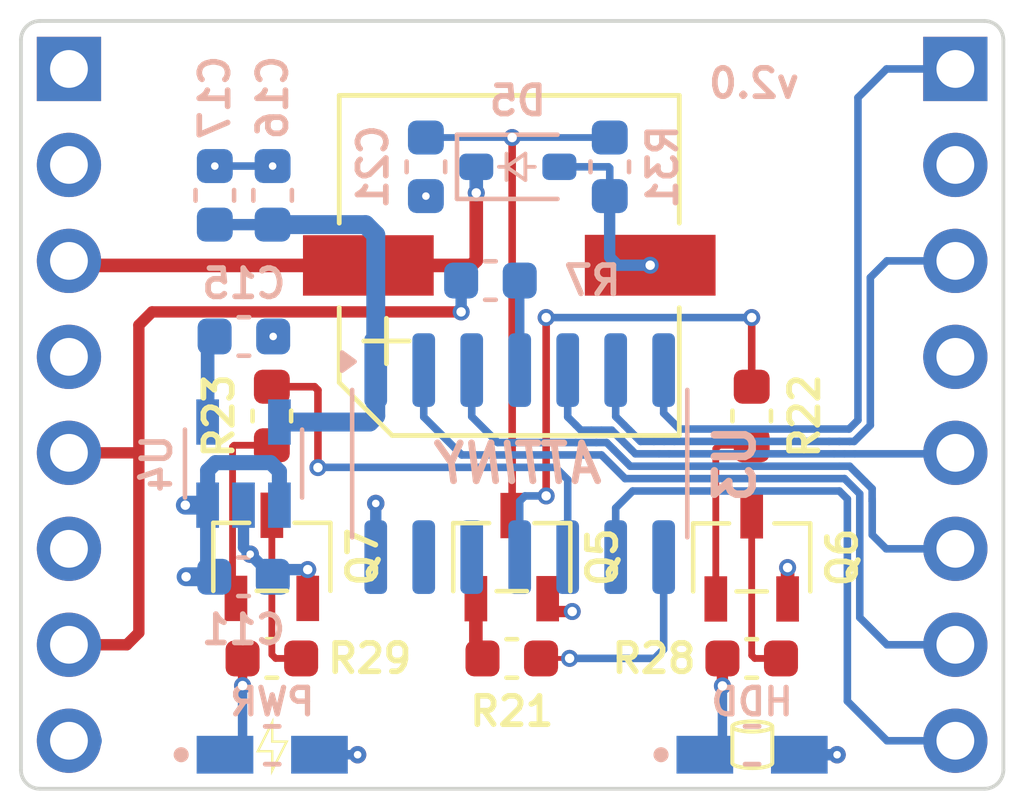
<source format=kicad_pcb>
(kicad_pcb (version 20241229) (generator "pcbnew") (generator_version "9.0")
  (title_block (title "TinyLlama") (date "2023-02-10") (rev "2.1") (company "Eivind Bøhler"))
  (layers (0 "F.Cu" signal) (4 "In1.Cu" power) (6 "In2.Cu" power) (2 "B.Cu" signal) (13 "F.Paste" user) (15 "B.Paste" user) (5 "F.SilkS" user "F.Silkscreen") (7 "B.SilkS" user "B.Silkscreen") (1 "F.Mask" user) (3 "B.Mask" user) (25 "Edge.Cuts" user))
  (net 0 "")
  (net 1 "VBUS")
  (net 2 "GND")
  (net 3 "VCC")
  (net 4 "Net-(D5-A)")
  (net 5 "Net-(D6-K)")
  (net 6 "Net-(D7-K)")
  (net 7 "Net-(Q5-B)")
  (net 8 "Net-(Q5-C)")
  (net 9 "Net-(Q6-B)")
  (net 10 "Net-(Q7-B)")
  (net 11 "/PWM_CLICK")
  (net 12 "/PWM_RED")
  (net 13 "/PWM_GREEN")
  (net 14 "Net-(Q6-C)")
  (net 15 "Net-(Q7-C)")
  (net 16 "Net-(U4-BYP)")
  (net 17 "+3.3VSB")
  (net 18 "/_RESET")
  (net 19 "+3.3V")
  (net 20 "/V86_SDA")
  (net 21 "/PWM_HDD")
  (net 22 "/SD_CMD")
  (net 23 "/V86_SCL")
  (net 24 "/PWM_PWR")
  (net 25 "/TX2")
  (net 26 "/RX2")
  (net 27 "/SD_DAT0")
  (footprint "SnipE Footprints:R_0603_1608Metric" (layer "F.Cu") (at 68.16 104.241843 180)
    (property "Reference" "R29" (at -1.4 0 0) (layer "F.SilkS") (effects (font (size 0.75 0.75)) (justify left)))
    (property "Value" "2k" (hide yes))
    (fp_line (start -0.14058 0.51) (end 0.14058 0.51) (stroke (width 0.12)) (layer "F.SilkS"))
    (fp_line (start -0.14058 -0.51) (end 0.14058 -0.51) (stroke (width 0.12)) (layer "F.SilkS"))
    (pad "1" smd roundrect (at -0.775 0 180) (size 0.9 0.95) (layers "F.Cu" "F.Mask" "F.Paste") (net 15 "Net-(Q7-C)"))
    (pad "2" smd roundrect (at 0.775 0 180) (size 0.9 0.95) (layers "F.Cu" "F.Mask" "F.Paste") (net 5 "Net-(D6-K)"))
  )
  (footprint "SnipE Footprints:R_0603_1608Metric" (layer "F.Cu") (at 68.16 97.825 -90)
    (property "Reference" "R23" (at 0 1.4 90) (layer "F.SilkS") (effects (font (size 0.75 0.75))))
    (property "Value" "10k" (hide yes))
    (fp_line (start -0.14058 0.51) (end 0.14058 0.51) (stroke (width 0.12)) (layer "F.SilkS"))
    (fp_line (start -0.14058 -0.51) (end 0.14058 -0.51) (stroke (width 0.12)) (layer "F.SilkS"))
    (pad "1" smd roundrect (at -0.775 0 270) (size 0.9 0.95) (layers "F.Cu" "F.Mask" "F.Paste") (net 13 "/PWM_GREEN"))
    (pad "2" smd roundrect (at 0.775 0 270) (size 0.9 0.95) (layers "F.Cu" "F.Mask" "F.Paste") (net 10 "Net-(Q7-B)"))
  )
  (footprint "SnipE Footprints:XDCR_SMT-0927-S-12-R" (layer "F.Cu") (at 74.443511 93.84 -90)
    (property "Reference" "SP2" (hide yes))
    (property "Value" "CLICKER" (hide yes))
    (fp_line (start -4.5 4.5) (end -4.5 -4.5) (stroke (width 0.127)) (layer "F.SilkS"))
    (fp_line (start -1.12 4.5) (end -4.5 4.5) (stroke (width 0.127)) (layer "F.SilkS"))
    (fp_line (start 3.1 4.5) (end 1.12 4.5) (stroke (width 0.127)) (layer "F.SilkS"))
    (fp_line (start 3.1 4.5) (end 4.5 3.1) (stroke (width 0.127)) (layer "F.SilkS"))
    (fp_line (start 1.4 3.25) (end 2.6 3.25) (stroke (width 0.127)) (layer "F.SilkS"))
    (fp_line (start 2 2.65) (end 2 3.85) (stroke (width 0.127)) (layer "F.SilkS"))
    (fp_line (start -4.5 -4.5) (end -1.12 -4.5) (stroke (width 0.127)) (layer "F.SilkS"))
    (fp_line (start 1.12 -4.5) (end 4.5 -4.5) (stroke (width 0.127)) (layer "F.SilkS"))
    (fp_line (start 4.5 -4.5) (end 4.5 3.1) (stroke (width 0.127)) (layer "F.SilkS"))
    (pad "1" smd rect (at 0 3.73 270) (size 1.6 3.46) (layers "F.Cu" "F.Mask" "F.Paste") (net 3 "VCC"))
    (pad "2" smd rect (at -0.005 -3.73 270) (size 1.61 3.46) (layers "F.Cu" "F.Mask" "F.Paste") (net 4 "Net-(D5-A)"))
  )
  (footprint "SnipE Footprints:R_0603_1608Metric" (layer "F.Cu") (at 80.86 104.241843 180)
    (property "Reference" "R28" (at 1.4 0 0) (layer "F.SilkS") (effects (font (size 0.75 0.75)) (justify right)))
    (property "Value" "600" (hide yes))
    (fp_line (start -0.14058 0.51) (end 0.14058 0.51) (stroke (width 0.12)) (layer "F.SilkS"))
    (fp_line (start -0.14058 -0.51) (end 0.14058 -0.51) (stroke (width 0.12)) (layer "F.SilkS"))
    (pad "1" smd roundrect (at -0.775 0 180) (size 0.9 0.95) (layers "F.Cu" "F.Mask" "F.Paste") (net 14 "Net-(Q6-C)"))
    (pad "2" smd roundrect (at 0.775 0 180) (size 0.9 0.95) (layers "F.Cu" "F.Mask" "F.Paste") (net 6 "Net-(D7-K)"))
  )
  (footprint "SnipE Footprints:R_0603_1608Metric" (layer "F.Cu") (at 80.86 97.825 -90)
    (property "Reference" "R22" (at 0 -1.4 90) (layer "F.SilkS") (effects (font (size 0.75 0.75))))
    (property "Value" "10k" (hide yes))
    (fp_line (start -0.14058 0.51) (end 0.14058 0.51) (stroke (width 0.12)) (layer "F.SilkS"))
    (fp_line (start -0.14058 -0.51) (end 0.14058 -0.51) (stroke (width 0.12)) (layer "F.SilkS"))
    (pad "1" smd roundrect (at -0.775 0 270) (size 0.9 0.95) (layers "F.Cu" "F.Mask" "F.Paste") (net 12 "/PWM_RED"))
    (pad "2" smd roundrect (at 0.775 0 270) (size 0.9 0.95) (layers "F.Cu" "F.Mask" "F.Paste") (net 9 "Net-(Q6-B)"))
  )
  (footprint "SnipE Footprints:R_0603_1608Metric" (layer "F.Cu") (at 74.51 104.241843 180)
    (property "Reference" "R21" (at 0 -1.4 180) (layer "F.SilkS") (effects (font (size 0.75 0.75))))
    (property "Value" "1k" (hide yes))
    (fp_line (start -0.14058 0.51) (end 0.14058 0.51) (stroke (width 0.12)) (layer "F.SilkS"))
    (fp_line (start -0.14058 -0.51) (end 0.14058 -0.51) (stroke (width 0.12)) (layer "F.SilkS"))
    (pad "1" smd roundrect (at -0.775 0 180) (size 0.9 0.95) (layers "F.Cu" "F.Mask" "F.Paste") (net 11 "/PWM_CLICK"))
    (pad "2" smd roundrect (at 0.775 0 180) (size 0.9 0.95) (layers "F.Cu" "F.Mask" "F.Paste") (net 7 "Net-(Q5-B)"))
  )
  (footprint "SnipE Footprints:Q_BJT_SOT-23-3" (layer "F.Cu") (at 74.51 101.56 -90)
    (property "Reference" "Q5" (at 0 -2.4 270) (layer "F.SilkS") (effects (font (size 0.75 0.75) (thickness 0.15) (bold yes))))
    (property "Value" "NPN" (hide yes))
    (fp_line (start 0.9 1.55) (end -0.9 1.55) (stroke (width 0.12)) (layer "F.SilkS"))
    (fp_line (start -0.9 0.6) (end -0.9 1.55) (stroke (width 0.12)) (layer "F.SilkS"))
    (fp_line (start 0.9 -0.4) (end 0.9 0.4) (stroke (width 0.12)) (layer "F.SilkS"))
    (fp_line (start -0.9 -1.55) (end -0.9 -0.6) (stroke (width 0.12)) (layer "F.SilkS"))
    (fp_line (start -0.9 -1.55) (end 0.9 -1.55) (stroke (width 0.12)) (layer "F.SilkS"))
    (pad "1" smd rect (at 1.1 0.95 270) (size 1.2 0.6) (layers "F.Cu" "F.Mask" "F.Paste") (net 7 "Net-(Q5-B)"))
    (pad "2" smd rect (at 1.1 -0.95 270) (size 1.2 0.6) (layers "F.Cu" "F.Mask" "F.Paste") (net 2 "GND"))
    (pad "3" smd rect (at -1.1 0 270) (size 1.2 0.6) (layers "F.Cu" "F.Mask" "F.Paste") (net 8 "Net-(Q5-C)"))
  )
  (footprint "SnipE Footprints:Q_BJT_SOT-23-3" (layer "F.Cu") (at 68.16 101.552832 -90)
    (property "Reference" "Q7" (at 0 -2.4 90) (layer "F.SilkS") (effects (font (size 0.75 0.75) (thickness 0.15) (bold yes))))
    (property "Value" "NPN" (hide yes))
    (fp_line (start 0.9 1.55) (end -0.9 1.55) (stroke (width 0.12)) (layer "F.SilkS"))
    (fp_line (start -0.9 0.6) (end -0.9 1.55) (stroke (width 0.12)) (layer "F.SilkS"))
    (fp_line (start 0.9 -0.4) (end 0.9 0.4) (stroke (width 0.12)) (layer "F.SilkS"))
    (fp_line (start -0.9 -1.55) (end -0.9 -0.6) (stroke (width 0.12)) (layer "F.SilkS"))
    (fp_line (start -0.9 -1.55) (end 0.9 -1.55) (stroke (width 0.12)) (layer "F.SilkS"))
    (pad "1" smd rect (at 1.1 0.95 270) (size 1.2 0.6) (layers "F.Cu" "F.Mask" "F.Paste") (net 10 "Net-(Q7-B)"))
    (pad "2" smd rect (at 1.1 -0.95 270) (size 1.2 0.6) (layers "F.Cu" "F.Mask" "F.Paste") (net 2 "GND"))
    (pad "3" smd rect (at -1.1 0 270) (size 1.2 0.6) (layers "F.Cu" "F.Mask" "F.Paste") (net 15 "Net-(Q7-C)"))
  )
  (footprint "SnipE Footprints:Q_BJT_SOT-23-3" (layer "F.Cu") (at 80.86 101.567168 -90)
    (property "Reference" "Q6" (at 0 -2.4 90) (layer "F.SilkS") (effects (font (size 0.75 0.75) (thickness 0.15) (bold yes))))
    (property "Value" "NPN" (hide yes))
    (fp_line (start 0.9 1.55) (end -0.9 1.55) (stroke (width 0.12)) (layer "F.SilkS"))
    (fp_line (start -0.9 0.6) (end -0.9 1.55) (stroke (width 0.12)) (layer "F.SilkS"))
    (fp_line (start 0.9 -0.4) (end 0.9 0.4) (stroke (width 0.12)) (layer "F.SilkS"))
    (fp_line (start -0.9 -1.55) (end -0.9 -0.6) (stroke (width 0.12)) (layer "F.SilkS"))
    (fp_line (start -0.9 -1.55) (end 0.9 -1.55) (stroke (width 0.12)) (layer "F.SilkS"))
    (pad "1" smd rect (at 1.1 0.95 270) (size 1.2 0.6) (layers "F.Cu" "F.Mask" "F.Paste") (net 9 "Net-(Q6-B)"))
    (pad "2" smd rect (at 1.1 -0.95 270) (size 1.2 0.6) (layers "F.Cu" "F.Mask" "F.Paste") (net 2 "GND"))
    (pad "3" smd rect (at -1.1 0 270) (size 1.2 0.6) (layers "F.Cu" "F.Mask" "F.Paste") (net 14 "Net-(Q6-C)"))
  )
  (footprint "SnipE Footprints:PinHeader_1x08_P2.54mm_Vertical_no_outline" (layer "B.Cu") (at 62.79 88.64 180)
    (property "Reference" "J15" (hide yes))
    (property "Value" "Conn_01x06" (hide yes))
    (pad "1" thru_hole rect (at 0 0 180) (size 1.7 1.7) (drill 1) (layers "*.Cu" "*.Mask") (net 1 "VBUS"))
    (pad "2" thru_hole oval (at 0 -2.54 180) (size 1.7 1.7) (drill 1) (layers "*.Cu" "*.Mask") (net 2 "GND"))
    (pad "3" thru_hole oval (at 0 -5.08 180) (size 1.7 1.7) (drill 1) (layers "F&B.Cu" "*.Mask") (net 3 "VCC"))
    (pad "4" thru_hole oval (at 0 -7.62 180) (size 1.7 1.7) (drill 1) (layers "*.Cu" "*.Mask") (net 2 "GND"))
    (pad "5" thru_hole oval (at 0 -10.16 180) (size 1.7 1.7) (drill 1) (layers "F&B.Cu" "*.Mask") (net 19 "+3.3V"))
    (pad "6" thru_hole oval (at 0 -12.7 180) (size 1.7 1.7) (drill 1) (layers "*.Cu" "*.Mask") (net 2 "GND"))
    (pad "7" thru_hole oval (at 0 -15.24 180) (size 1.7 1.7) (drill 1) (layers "F&B.Cu" "*.Mask") (net 19 "+3.3V"))
    (pad "8" thru_hole oval (at 0 -17.78 180) (size 1.7 1.7) (drill 1) (layers "*.Cu" "*.Mask") (net 2 "GND"))
  )
  (footprint "SnipE Footprints:C_0603_1608Metric" (layer "B.Cu") (at 67.42 95.72)
    (property "Reference" "C15" (at 0 -1.4 0) (layer "B.SilkS") (effects (font (size 0.75 0.75)) (justify mirror)))
    (property "Value" "470pF" (hide yes))
    (fp_line (start -0.14058 -0.51) (end 0.14058 -0.51) (stroke (width 0.12)) (layer "B.SilkS"))
    (fp_line (start -0.14058 0.51) (end 0.14058 0.51) (stroke (width 0.12)) (layer "B.SilkS"))
    (pad "1" smd roundrect (at -0.775 0) (size 0.9 0.95) (layers "B.Cu" "B.Mask" "B.Paste") (net 16 "Net-(U4-BYP)"))
    (pad "2" smd roundrect (at 0.775 0) (size 0.9 0.95) (layers "B.Cu" "B.Mask" "B.Paste") (net 2 "GND"))
  )
  (footprint "SnipE Footprints:C_0603_1608Metric" (layer "B.Cu") (at 67.41 102.08)
    (property "Reference" "C11" (at 0 1.4 0) (layer "B.SilkS") (effects (font (size 0.75 0.75)) (justify mirror)))
    (property "Value" "1uF" (hide yes))
    (fp_line (start -0.14058 -0.51) (end 0.14058 -0.51) (stroke (width 0.12)) (layer "B.SilkS"))
    (fp_line (start -0.14058 0.51) (end 0.14058 0.51) (stroke (width 0.12)) (layer "B.SilkS"))
    (pad "1" smd roundrect (at -0.775 0) (size 0.9 0.95) (layers "B.Cu" "B.Mask" "B.Paste") (net 1 "VBUS"))
    (pad "2" smd roundrect (at 0.775 0) (size 0.9 0.95) (layers "B.Cu" "B.Mask" "B.Paste") (net 2 "GND"))
  )
  (footprint "SnipE Footprints:C_0603_1608Metric" (layer "B.Cu") (at 72.237044 91.23 -90)
    (property "Reference" "C21" (at 0 1.4 90) (layer "B.SilkS") (effects (font (size 0.75 0.75)) (justify mirror)))
    (property "Value" "10nF" (hide yes))
    (fp_line (start -0.14058 0.51) (end 0.14058 0.51) (stroke (width 0.12)) (layer "B.SilkS"))
    (fp_line (start -0.14058 -0.51) (end 0.14058 -0.51) (stroke (width 0.12)) (layer "B.SilkS"))
    (pad "1" smd roundrect (at -0.775 0 270) (size 0.9 0.95) (layers "B.Cu" "B.Mask" "B.Paste") (net 8 "Net-(Q5-C)"))
    (pad "2" smd roundrect (at 0.775 0 270) (size 0.9 0.95) (layers "B.Cu" "B.Mask" "B.Paste") (net 2 "GND"))
  )
  (footprint "SnipE Footprints:LED_LTST-S220KSKT" (layer "B.Cu") (at 68.17 106.79)
    (property "Reference" "D6" (hide yes))
    (property "Value" "PWR" (at 0 -1.4 0) (layer "B.SilkS") (effects (font (size 0.7 0.7) (thickness 0.14) (bold yes)) (justify mirror)))
    (fp_line (start -0.185 0.25) (end 0.185 0.25) (stroke (width 0.127)) (layer "B.SilkS"))
    (fp_line (start 0.185 -0.75) (end -0.185 -0.75) (stroke (width 0.127)) (layer "B.SilkS"))
    (fp_circle (center -2.41 0) (end -2.31 0) (stroke (width 0.2)) (fill no) (layer "B.SilkS"))
    (pad "1" smd rect (at -1.25 0) (size 1.5 1) (layers "B.Cu" "B.Mask" "B.Paste") (net 5 "Net-(D6-K)"))
    (pad "2" smd rect (at 1.25 0) (size 1.5 1) (layers "B.Cu" "B.Mask" "B.Paste") (net 1 "VBUS"))
  )
  (footprint "SnipE Footprints:U_SOT-23-5" (layer "B.Cu") (at 67.41 99.085 90)
    (property "Reference" "U4" (at 0 -2.3 90) (layer "B.SilkS") (effects (font (size 0.75 0.75) (thickness 0.15) (bold yes)) (justify mirror)))
    (property "Value" "U_MIC5219-3.3YM5" (hide yes))
    (fp_line (start -0.9 -1.55) (end 0.9 -1.55) (stroke (width 0.12)) (layer "B.SilkS"))
    (fp_line (start -0.9 1.55) (end 0.9 1.55) (stroke (width 0.12)) (layer "B.SilkS"))
    (pad "1" smd rect (at -1.1 0.95 90) (size 1.2 0.6) (layers "B.Cu" "B.Mask" "B.Paste") (net 1 "VBUS"))
    (pad "2" smd rect (at -1.1 0 90) (size 1.2 0.6) (layers "B.Cu" "B.Mask" "B.Paste") (net 2 "GND"))
    (pad "3" smd rect (at -1.1 -0.95 90) (size 1.2 0.6) (layers "B.Cu" "B.Mask" "B.Paste") (net 1 "VBUS"))
    (pad "4" smd rect (at 1.1 -0.95 90) (size 1.2 0.6) (layers "B.Cu" "B.Mask" "B.Paste") (net 16 "Net-(U4-BYP)"))
    (pad "5" smd rect (at 1.1 0.95 90) (size 1.2 0.6) (layers "B.Cu" "B.Mask" "B.Paste") (net 17 "+3.3VSB"))
  )
  (footprint "SnipE Footprints:LED_LTST-S220KSKT" (layer "B.Cu") (at 80.87 106.79)
    (property "Reference" "D7" (hide yes))
    (property "Value" "HDD" (at 0 -1.4 0) (layer "B.SilkS") (effects (font (size 0.7 0.7) (thickness 0.14) (bold yes)) (justify mirror)))
    (fp_line (start -0.185 0.25) (end 0.185 0.25) (stroke (width 0.127)) (layer "B.SilkS"))
    (fp_line (start 0.185 -0.75) (end -0.185 -0.75) (stroke (width 0.127)) (layer "B.SilkS"))
    (fp_circle (center -2.41 0) (end -2.31 0) (stroke (width 0.2)) (fill no) (layer "B.SilkS"))
    (pad "1" smd rect (at -1.25 0) (size 1.5 1) (layers "B.Cu" "B.Mask" "B.Paste") (net 6 "Net-(D7-K)"))
    (pad "2" smd rect (at 1.25 0) (size 1.5 1) (layers "B.Cu" "B.Mask" "B.Paste") (net 1 "VBUS"))
  )
  (footprint "SnipE Footprints:C_0603_1608Metric" (layer "B.Cu") (at 68.18 91.985 90)
    (property "Reference" "C16" (at 1.4 0 90) (layer "B.SilkS") (effects (font (size 0.75 0.75)) (justify right mirror)))
    (property "Value" "10uF" (hide yes))
    (fp_line (start -0.14058 -0.51) (end 0.14058 -0.51) (stroke (width 0.12)) (layer "B.SilkS"))
    (fp_line (start -0.14058 0.51) (end 0.14058 0.51) (stroke (width 0.12)) (layer "B.SilkS"))
    (pad "1" smd roundrect (at -0.775 0 90) (size 0.9 0.95) (layers "B.Cu" "B.Mask" "B.Paste") (net 17 "+3.3VSB"))
    (pad "2" smd roundrect (at 0.775 0 90) (size 0.9 0.95) (layers "B.Cu" "B.Mask" "B.Paste") (net 2 "GND"))
  )
  (footprint "SnipE Footprints:R_0603_1608Metric" (layer "B.Cu") (at 73.945 94.24 180)
    (property "Reference" "R7" (at -2.7 0 0) (layer "B.SilkS") (effects (font (size 0.75 0.75)) (justify mirror)))
    (property "Value" "10k" (hide yes))
    (fp_line (start -0.14058 0.51) (end 0.14058 0.51) (stroke (width 0.12)) (layer "B.SilkS"))
    (fp_line (start -0.14058 -0.51) (end 0.14058 -0.51) (stroke (width 0.12)) (layer "B.SilkS"))
    (pad "1" smd roundrect (at -0.775 0 180) (size 0.9 0.95) (layers "B.Cu" "B.Mask" "B.Paste") (net 18 "/_RESET"))
    (pad "2" smd roundrect (at 0.775 0 180) (size 0.9 0.95) (layers "B.Cu" "B.Mask" "B.Paste") (net 19 "+3.3V"))
  )
  (footprint "SnipE Footprints:C_0603_1608Metric" (layer "B.Cu") (at 66.65 91.985 -90)
    (property "Reference" "C17" (at -1.4 0 90) (layer "B.SilkS") (effects (font (size 0.75 0.75)) (justify right mirror)))
    (property "Value" "0.1uF" (hide yes))
    (fp_line (start -0.14058 0.51) (end 0.14058 0.51) (stroke (width 0.12)) (layer "B.SilkS"))
    (fp_line (start -0.14058 -0.51) (end 0.14058 -0.51) (stroke (width 0.12)) (layer "B.SilkS"))
    (pad "1" smd roundrect (at -0.775 0 270) (size 0.9 0.95) (layers "B.Cu" "B.Mask" "B.Paste") (net 2 "GND"))
    (pad "2" smd roundrect (at 0.775 0 270) (size 0.9 0.95) (layers "B.Cu" "B.Mask" "B.Paste") (net 17 "+3.3VSB"))
  )
  (footprint "SnipE Footprints:R_0603_1608Metric" (layer "B.Cu") (at 77.102956 91.23 90)
    (property "Reference" "R31" (at 0 1.4 90) (layer "B.SilkS") (effects (font (size 0.75 0.75)) (justify mirror)))
    (property "Value" "33" (hide yes))
    (fp_line (start -0.14058 -0.51) (end 0.14058 -0.51) (stroke (width 0.12)) (layer "B.SilkS"))
    (fp_line (start -0.14058 0.51) (end 0.14058 0.51) (stroke (width 0.12)) (layer "B.SilkS"))
    (pad "1" smd roundrect (at -0.775 0 90) (size 0.9 0.95) (layers "B.Cu" "B.Mask" "B.Paste") (net 4 "Net-(D5-A)"))
    (pad "2" smd roundrect (at 0.775 0 90) (size 0.9 0.95) (layers "B.Cu" "B.Mask" "B.Paste") (net 8 "Net-(Q5-C)"))
  )
  (footprint "SnipE Footprints:PinHeader_1x08_P2.54mm_Vertical_no_outline" (layer "B.Cu") (at 86.25 88.64 180)
    (property "Reference" "J16" (hide yes))
    (property "Value" "Conn_01x06" (hide yes))
    (pad "1" thru_hole rect (at 0 0 180) (size 1.7 1.7) (drill 1) (layers "F&B.Cu" "*.Mask") (net 20 "/V86_SDA"))
    (pad "2" thru_hole oval (at 0 -2.54 180) (size 1.7 1.7) (drill 1) (layers "*.Cu" "*.Mask") (net 2 "GND"))
    (pad "3" thru_hole oval (at 0 -5.08 180) (size 1.7 1.7) (drill 1) (layers "F&B.Cu" "*.Mask") (net 27 "/SD_DAT0"))
    (pad "4" thru_hole oval (at 0 -7.62 180) (size 1.7 1.7) (drill 1) (layers "*.Cu" "*.Mask") (net 2 "GND"))
    (pad "5" thru_hole oval (at 0 -10.16 180) (size 1.7 1.7) (drill 1) (layers "F&B.Cu" "*.Mask") (net 22 "/SD_CMD"))
    (pad "6" thru_hole oval (at 0 -12.7 180) (size 1.7 1.7) (drill 1) (layers "F&B.Cu" "*.Mask") (net 25 "/TX2"))
    (pad "7" thru_hole oval (at 0 -15.24 180) (size 1.7 1.7) (drill 1) (layers "F&B.Cu" "*.Mask") (net 26 "/RX2"))
    (pad "8" thru_hole oval (at 0 -17.78 180) (size 1.7 1.7) (drill 1) (layers "F&B.Cu" "*.Mask") (net 23 "/V86_SCL"))
  )
  (footprint "SnipE Footprints:D_SOD-323F" (layer "B.Cu") (at 74.67 91.23)
    (property "Reference" "D5" (at 0 -1.75 0) (layer "B.SilkS") (effects (font (size 0.75 0.75)) (justify mirror)))
    (property "Value" "1N4148" (hide yes))
    (fp_line (start -1.61 -0.85) (end 1.05 -0.85) (stroke (width 0.12)) (layer "B.SilkS"))
    (fp_line (start -1.61 0.85) (end -1.61 -0.85) (stroke (width 0.12)) (layer "B.SilkS"))
    (fp_line (start -1.61 0.85) (end 1.05 0.85) (stroke (width 0.12)) (layer "B.SilkS"))
    (fp_line (start -0.3 0) (end -0.5 0) (stroke (width 0.1)) (layer "B.SilkS"))
    (fp_line (start -0.3 0) (end 0.2 0.35) (stroke (width 0.1)) (layer "B.SilkS"))
    (fp_line (start -0.3 0.35) (end -0.3 -0.35) (stroke (width 0.1)) (layer "B.SilkS"))
    (fp_line (start 0.2 -0.35) (end -0.3 0) (stroke (width 0.1)) (layer "B.SilkS"))
    (fp_line (start 0.2 0) (end 0.45 0) (stroke (width 0.1)) (layer "B.SilkS"))
    (fp_line (start 0.2 0.35) (end 0.2 -0.35) (stroke (width 0.1)) (layer "B.SilkS"))
    (pad "1" smd roundrect (at -1.1 0) (size 0.9 0.7) (layers "B.Cu" "B.Mask" "B.Paste") (net 3 "VCC"))
    (pad "2" smd roundrect (at 1.1 0) (size 0.9 0.7) (layers "B.Cu" "B.Mask" "B.Paste") (net 4 "Net-(D5-A)"))
  )
  (footprint "Package_SO:SOIC-14_3.9x8.7mm_P1.27mm" (layer "B.Cu") (at 74.72 99.085 -90)
    (property "Reference" "U3" (at 0 -5.7 90) (layer "B.SilkS") (effects (font (thickness 0.2) (bold yes)) (justify mirror)))
    (property "Value" "ATTINY" (at 0 0 0) (layer "B.SilkS") (effects (font (size 1 0.9) (thickness 0.18) (bold yes) (italic yes)) (justify mirror)))
    (fp_line (start 0 4.435) (end -1.95 4.435) (stroke (width 0.12)) (layer "B.SilkS"))
    (fp_line (start 0 4.435) (end 1.95 4.435) (stroke (width 0.12)) (layer "B.SilkS"))
    (fp_line (start 0 -4.435) (end -1.95 -4.435) (stroke (width 0.12)) (layer "B.SilkS"))
    (fp_line (start 0 -4.435) (end 1.95 -4.435) (stroke (width 0.12)) (layer "B.SilkS"))
    (fp_poly (pts (xy -2.7 4.37) (xy -2.94 4.7) (xy -2.46 4.7) (xy -2.7 4.37)) (stroke (width 0.12)) (fill yes) (layer "B.SilkS"))
    (pad "1" smd roundrect (at -2.475 3.81 270) (size 1.95 0.6) (layers "B.Cu" "B.Mask" "B.Paste") (net 17 "+3.3VSB"))
    (pad "2" smd roundrect (at -2.475 2.54 270) (size 1.95 0.6) (layers "B.Cu" "B.Mask" "B.Paste") (net 26 "/RX2"))
    (pad "3" smd roundrect (at -2.475 1.27 270) (size 1.95 0.6) (layers "B.Cu" "B.Mask" "B.Paste") (net 25 "/TX2"))
    (pad "4" smd roundrect (at -2.475 0 270) (size 1.95 0.6) (layers "B.Cu" "B.Mask" "B.Paste") (net 18 "/_RESET"))
    (pad "5" smd roundrect (at -2.475 -1.27 270) (size 1.95 0.6) (layers "B.Cu" "B.Mask" "B.Paste") (net 22 "/SD_CMD"))
    (pad "6" smd roundrect (at -2.475 -2.54 270) (size 1.95 0.6) (layers "B.Cu" "B.Mask" "B.Paste") (net 27 "/SD_DAT0"))
    (pad "7" smd roundrect (at -2.475 -3.81 270) (size 1.95 0.6) (layers "B.Cu" "B.Mask" "B.Paste") (net 20 "/V86_SDA"))
    (pad "8" smd roundrect (at 2.475 -3.81 270) (size 1.95 0.6) (layers "B.Cu" "B.Mask" "B.Paste") (net 11 "/PWM_CLICK"))
    (pad "9" smd roundrect (at 2.475 -2.54 270) (size 1.95 0.6) (layers "B.Cu" "B.Mask" "B.Paste") (net 23 "/V86_SCL"))
    (pad "10" smd roundrect (at 2.475 -1.27 270) (size 1.95 0.6) (layers "B.Cu" "B.Mask" "B.Paste") (net 13 "/PWM_GREEN"))
    (pad "11" smd roundrect (at 2.475 0 270) (size 1.95 0.6) (layers "B.Cu" "B.Mask" "B.Paste") (net 12 "/PWM_RED"))
    (pad "12" smd roundrect (at 2.475 1.27 270) (size 1.95 0.6) (layers "B.Cu" "B.Mask" "B.Paste") (net 21 "/PWM_HDD"))
    (pad "13" smd roundrect (at 2.475 2.54 270) (size 1.95 0.6) (layers "B.Cu" "B.Mask" "B.Paste") (net 24 "/PWM_PWR"))
    (pad "14" smd roundrect (at 2.475 3.81 270) (size 1.95 0.6) (layers "B.Cu" "B.Mask" "B.Paste") (net 2 "GND"))
  )
  (gr_poly (pts (xy 80.918264 105.858427) (xy 80.992226 105.861501) (xy 81.037544 105.864596) (xy 81.086496 105.869064) (xy 81.137638 105.875153) (xy 81.189526 105.883114) (xy 81.240717 105.893195) (xy 81.289766 105.905647) (xy 81.335229 105.920718) (xy 81.356166 105.929315) (xy 81.375665 105.93866) (xy 81.393545 105.948784) (xy 81.409627 105.95972) (xy 81.42373 105.971498) (xy 81.435674 105.984149) (xy 81.445277 105.997705) (xy 81.452361 106.012197) (xy 81.456743 106.027656) (xy 81.458244 106.044113) (xy 81.458244 107.008783) (xy 81.455578 107.031515) (xy 81.446385 107.052778) (xy 81.431097 107.072573) (xy 81.410152 107.090901) (xy 81.383985 107.107761) (xy 81.35303 107.123154) (xy 81.317724 107.137079) (xy 81.278501 107.149538) (xy 81.190046 107.170054) (xy 81.09115 107.184703) (xy 80.985294 107.193487) (xy 80.875962 107.196406) (xy 80.766636 107.193462) (xy 80.660799 107.184656) (xy 80.561933 107.16999) (xy 80.473522 107.149463) (xy 80.434326 107.137003) (xy 80.399048 107.123078) (xy 80.368126 107.107689) (xy 80.341994 107.090836) (xy 80.321088 107.072518) (xy 80.305843 107.052737) (xy 80.296694 107.031492) (xy 80.294077 107.008783) (xy 80.294077 106.160265) (xy 80.39991 106.160265) (xy 80.39991 107.004815) (xy 80.412773 107.014934) (xy 80.428894 107.024407) (xy 80.448055 107.033231) (xy 80.470041 107.041408) (xy 80.521617 107.055814) (xy 80.58189 107.06762) (xy 80.649125 107.076822) (xy 80.721588 107.083415) (xy 80.797547 107.087393) (xy 80.875267 107.088754) (xy 80.953015 107.087491) (xy 81.029058 107.083601) (xy 81.101661 107.077078) (xy 81.169091 107.067918) (xy 81.229615 107.056116) (xy 81.281498 107.041668) (xy 81.303658 107.03345) (xy 81.323008 107.024569) (xy 81.339331 107.015024) (xy 81.35241 107.004815) (xy 81.35241 106.160265) (xy 81.30337 106.176868) (xy 81.250114 106.191258) (xy 81.193247 106.203434) (xy 81.133373 106.213396) (xy 81.071093 106.221145) (xy 81.007013 106.226679) (xy 80.941735 106.23) (xy 80.875863 106.231107) (xy 80.81 106.23) (xy 80.74475 106.226679) (xy 80.680716 106.221145) (xy 80.618502 106.213396) (xy 80.558711 106.203434) (xy 80.501946 106.191258) (xy 80.448811 106.176868) (xy 80.39991 106.160265) (xy 80.294077 106.160265) (xy 80.294077 106.043054) (xy 80.404937 106.043054) (xy 80.419349 106.052666) (xy 80.43666 106.061658) (xy 80.479205 106.077781) (xy 80.53103 106.091423) (xy 80.590592 106.102586) (xy 80.65635 106.111267) (xy 80.72676 106.117468) (xy 80.800279 106.121189) (xy 80.875366 106.122429) (xy 80.950478 106.121189) (xy 81.024073 106.117468) (xy 81.094607 106.111267) (xy 81.160538 106.102586) (xy 81.220323 106.091423) (xy 81.272421 106.077781) (xy 81.315289 106.061658) (xy 81.332779 106.052666) (xy 81.347383 106.043054) (xy 81.338553 106.037018) (xy 81.32669 106.03068) (xy 81.311854 106.024136) (xy 81.294107 106.017481) (xy 81.273508 106.01081) (xy 81.250119 106.004219) (xy 81.195215 105.991659) (xy 81.163821 105.98588) (xy 81.12988 105.980562) (xy 81.093453 105.975801) (xy 81.054601 105.971691) (xy 81.013385 105.968329) (xy 80.969866 105.965809) (xy 80.924104 105.964228) (xy 80.87616 105.963679) (xy 80.828217 105.964228) (xy 80.782455 105.965809) (xy 80.738936 105.968329) (xy 80.69772 105.971691) (xy 80.658868 105.975801) (xy 80.622441 105.980562) (xy 80.5885 105.98588) (xy 80.557106 105.991659) (xy 80.528319 105.997804) (xy 80.502201 106.004219) (xy 80.478812 106.01081) (xy 80.458214 106.017481) (xy 80.440466 106.024136) (xy 80.42563 106.03068) (xy 80.413767 106.037018) (xy 80.404937 106.043054) (xy 80.294077 106.043054) (xy 80.295578 106.026694) (xy 80.29996 106.011325) (xy 80.307043 105.996918) (xy 80.316647 105.98344) (xy 80.32859 105.970862) (xy 80.342693 105.959152) (xy 80.358775 105.94828) (xy 80.376656 105.938213) (xy 80.396155 105.928922) (xy 80.417091 105.920374) (xy 80.462555 105.905388) (xy 80.511604 105.893007) (xy 80.562794 105.882981) (xy 80.614682 105.875065) (xy 80.665824 105.869008) (xy 80.760095 105.861484) (xy 80.834057 105.858425) (xy 80.87616 105.857846)) (stroke (width -0.000001)) (fill yes) (layer "F.SilkS"))
  (gr_poly (pts (xy 68.20175 106.41125) (xy 68.602372 106.41125) (xy 68.13825 107.339493) (xy 68.13825 106.72875) (xy 67.737629 106.72875) (xy 67.769379 106.66525) (xy 67.840372 106.66525) (xy 68.20175 106.66525) (xy 68.20175 107.070507) (xy 68.499629 106.47475) (xy 68.13825 106.47475) (xy 68.13825 106.069493) (xy 67.840372 106.66525) (xy 67.769379 106.66525) (xy 68.20175 105.800507)) (stroke (width -0.000001)) (fill yes) (layer "F.SilkS"))
  (gr_arc (start 61.52 87.87) (mid 61.666446 87.516441) (end 62.02 87.37) (stroke (width 0.1)) (layer "Edge.Cuts"))
  (gr_line (start 87.019596 87.37) (end 62.02 87.37) (stroke (width 0.1)) (layer "Edge.Cuts"))
  (gr_arc (start 87.521191 107.190397) (mid 87.374748 107.543969) (end 87.021191 107.690397) (stroke (width 0.1)) (layer "Edge.Cuts"))
  (gr_line (start 62.019529 107.690397) (end 87.021191 107.690397) (stroke (width 0.1)) (layer "Edge.Cuts"))
  (gr_line (start 61.519529 87.87) (end 61.519529 107.190397) (stroke (width 0.1)) (layer "Edge.Cuts"))
  (gr_arc (start 87.019596 87.37) (mid 87.373184 87.516429) (end 87.519596 87.87) (stroke (width 0.1)) (layer "Edge.Cuts"))
  (gr_arc (start 62.019529 107.690397) (mid 61.665986 107.543945) (end 61.519529 107.190397) (stroke (width 0.1)) (layer "Edge.Cuts"))
  (gr_line (start 87.521191 107.190397) (end 87.521191 87.87) (stroke (width 0.1)) (layer "Edge.Cuts"))
  (gr_text " v2.0" (at 82.77 89.46 0) (layer "B.SilkS") (effects (font (size 0.75 0.75) (thickness 0.15) (bold yes)) (justify left bottom mirror)))
  (segment (start 62.92 88.77) (end 62.79 88.64) (width 0.5) (layer "F.Cu") (net 1))
  (via blind (at 65.87 100.185) (size 0.45) (drill 0.25) (layers "F.Cu" "B.Cu") (net 1))
  (via (at 70.43 106.79) (size 0.46) (drill 0.2) (layers "F.Cu" "B.Cu") (net 1))
  (via blind (at 65.89 102.08) (size 0.45) (drill 0.25) (layers "F.Cu" "B.Cu") (net 1))
  (via (at 83.12 106.79) (size 0.46) (drill 0.2) (layers "F.Cu" "B.Cu") (net 1))
  (segment (start 68.13 99.06) (end 68.36 99.29) (width 0.4) (layer "B.Cu") (net 1))
  (segment (start 66.67 99.06) (end 68.13 99.06) (width 0.4) (layer "B.Cu") (net 1))
  (segment (start 82.12 106.79) (end 83.12 106.79) (width 0.3) (layer "B.Cu") (net 1))
  (segment (start 66.46 100.185) (end 66.46 99.27) (width 0.4) (layer "B.Cu") (net 1))
  (segment (start 66.46 101.905) (end 66.635 102.08) (width 0.127) (layer "B.Cu") (net 1))
  (segment (start 65.89 102.08) (end 66.635 102.08) (width 0.5) (layer "B.Cu") (net 1))
  (segment (start 68.36 99.29) (end 68.36 100.185) (width 0.4) (layer "B.Cu") (net 1))
  (segment (start 66.46 100.185) (end 66.46 101.905) (width 0.4) (layer "B.Cu") (net 1))
  (segment (start 66.46 99.27) (end 66.67 99.06) (width 0.4) (layer "B.Cu") (net 1))
  (segment (start 69.42 106.79) (end 70.43 106.79) (width 0.25) (layer "B.Cu") (net 1))
  (segment (start 65.87 100.185) (end 66.46 100.185) (width 0.5) (layer "B.Cu") (net 1))
  (segment (start 76.11 103) (end 75.46 103) (width 0.3) (layer "F.Cu") (net 2))
  (segment (start 75.46 103) (end 75.46 102.66) (width 0.3) (layer "F.Cu") (net 2))
  (segment (start 69.11 102.652832) (end 69.11 101.89) (width 0.36) (layer "F.Cu") (net 2))
  (segment (start 81.81 101.837168) (end 81.81 102.667168) (width 0.36) (layer "F.Cu") (net 2))
  (via (at 66.65 91.21) (size 0.46) (drill 0.2) (layers "F.Cu" "B.Cu") (net 2))
  (via (at 72.237044 92.005) (size 0.46) (drill 0.2) (layers "F.Cu" "B.Cu") (net 2))
  (via blind (at 69.11 101.89) (size 0.45) (drill 0.25) (layers "F.Cu" "B.Cu") (net 2))
  (via blind (at 81.81 101.837168) (size 0.45) (drill 0.25) (layers "F.Cu" "B.Cu") (net 2))
  (via (at 67.5875 101.4825) (size 0.46) (drill 0.2) (layers "F.Cu" "B.Cu") (net 2))
  (via (at 68.195 95.72) (size 0.46) (drill 0.2) (layers "F.Cu" "B.Cu") (net 2))
  (via (at 70.91 100.14) (size 0.46) (drill 0.2) (layers "F.Cu" "B.Cu") (net 2))
  (via blind (at 76.11 103) (size 0.45) (drill 0.25) (layers "F.Cu" "B.Cu") (net 2))
  (via (at 68.18 91.21) (size 0.46) (drill 0.2) (layers "F.Cu" "B.Cu") (net 2))
  (segment (start 62.82 91.21) (end 62.79 91.18) (width 0.3) (layer "B.Cu") (net 2))
  (segment (start 67.41 101.305) (end 67.5875 101.4825) (width 0.3) (layer "B.Cu") (net 2))
  (segment (start 67.41 100.185) (end 67.41 101.305) (width 0.3) (layer "B.Cu") (net 2))
  (segment (start 62.79 106.42) (end 63.41 106.42) (width 0.5) (layer "B.Cu") (net 2))
  (segment (start 69.11 101.89) (end 68.375 101.89) (width 0.3) (layer "B.Cu") (net 2))
  (segment (start 70.91 101.56) (end 70.91 100.14) (width 0.3) (layer "B.Cu") (net 2))
  (segment (start 68.375 101.89) (end 68.185 102.08) (width 0.3) (layer "B.Cu") (net 2))
  (segment (start 67.5875 101.4825) (end 68.185 102.08) (width 0.3) (layer "B.Cu") (net 2))
  (segment (start 66.65 91.21) (end 68.18 91.21) (width 0.2) (layer "B.Cu") (net 2))
  (segment (start 70.713511 93.84) (end 62.91 93.84) (width 0.36) (layer "F.Cu") (net 3))
  (segment (start 73.57 91.92) (end 73.57 93.71) (width 0.36) (layer "F.Cu") (net 3))
  (segment (start 73.44 93.84) (end 70.713511 93.84) (width 0.36) (layer "F.Cu") (net 3))
  (segment (start 62.91 93.84) (end 62.79 93.72) (width 0.36) (layer "F.Cu") (net 3))
  (segment (start 73.57 93.71) (end 73.44 93.84) (width 0.36) (layer "F.Cu") (net 3))
  (via (at 73.57 91.92) (size 0.45) (drill 0.25) (layers "F.Cu" "B.Cu") (net 3))
  (segment (start 73.57 91.92) (end 73.57 91.23) (width 0.36) (layer "B.Cu") (net 3))
  (via blind (at 78.173511 93.835) (size 0.45) (drill 0.25) (layers "F.Cu" "B.Cu") (net 4))
  (segment (start 77.102956 91.262956) (end 77.07 91.23) (width 0.2) (layer "B.Cu") (net 4))
  (segment (start 78.173511 93.835) (end 77.315 93.835) (width 0.3) (layer "B.Cu") (net 4))
  (segment (start 77.102956 92.005) (end 77.102956 91.262956) (width 0.2) (layer "B.Cu") (net 4))
  (segment (start 77.315 93.835) (end 77.1 93.62) (width 0.3) (layer "B.Cu") (net 4))
  (segment (start 77.07 91.23) (end 75.77 91.23) (width 0.2) (layer "B.Cu") (net 4))
  (segment (start 77.1 92.007956) (end 77.102956 92.005) (width 0.3) (layer "B.Cu") (net 4))
  (segment (start 77.1 93.62) (end 77.1 92.007956) (width 0.3) (layer "B.Cu") (net 4))
  (segment (start 67.385 104.96) (end 67.385 104.241843) (width 0.25) (layer "F.Cu") (net 5))
  (via blind (at 67.385 104.96) (size 0.45) (drill 0.25) (layers "F.Cu" "B.Cu") (net 5))
  (segment (start 67.385 106.79) (end 66.92 106.79) (width 0.25) (layer "B.Cu") (net 5))
  (segment (start 67.385 104.96) (end 67.385 106.79) (width 0.25) (layer "B.Cu") (net 5))
  (segment (start 80.085 104.967956) (end 80.085 104.291843) (width 0.3) (layer "F.Cu") (net 6))
  (via blind (at 80.085 104.967956) (size 0.45) (drill 0.25) (layers "F.Cu" "B.Cu") (net 6))
  (segment (start 80.085 104.967956) (end 80.085 106.79) (width 0.25) (layer "B.Cu") (net 6))
  (segment (start 80.085 106.79) (end 79.62 106.79) (width 0.25) (layer "B.Cu") (net 6))
  (segment (start 73.685 104.241843) (end 73.56 104.116843) (width 0.127) (layer "F.Cu") (net 7))
  (segment (start 73.56 104.116843) (end 73.56 102.66) (width 0.36) (layer "F.Cu") (net 7))
  (segment (start 74.51 100.46) (end 74.62 100.35) (width 0.127) (layer "F.Cu") (net 8))
  (segment (start 74.52 100.35) (end 74.52 90.455) (width 0.2) (layer "F.Cu") (net 8))
  (via blind (at 74.52 90.455) (size 0.45) (drill 0.25) (layers "F.Cu" "B.Cu") (net 8))
  (segment (start 74.52 90.455) (end 77.052956 90.455) (width 0.18) (layer "B.Cu") (net 8))
  (segment (start 74.52 90.455) (end 72.237044 90.455) (width 0.18) (layer "B.Cu") (net 8))
  (segment (start 77.052956 90.455) (end 77.102956 90.405) (width 0.18) (layer "B.Cu") (net 8))
  (segment (start 79.91 102.667168) (end 79.91 99.16) (width 0.18) (layer "F.Cu") (net 9))
  (segment (start 80 98.6) (end 80.86 98.6) (width 0.18) (layer "F.Cu") (net 9))
  (segment (start 79.91 99.16) (end 79.91 98.69) (width 0.18) (layer "F.Cu") (net 9))
  (segment (start 79.91 98.69) (end 80 98.6) (width 0.18) (layer "F.Cu") (net 9))
  (segment (start 67.16 98.6) (end 68.09 98.6) (width 0.18) (layer "F.Cu") (net 10))
  (segment (start 67.12 102.562832) (end 67.12 98.64) (width 0.18) (layer "F.Cu") (net 10))
  (segment (start 67.12 98.64) (end 67.16 98.6) (width 0.18) (layer "F.Cu") (net 10))
  (segment (start 67.21 102.652832) (end 67.12 102.562832) (width 0.18) (layer "F.Cu") (net 10))
  (segment (start 75.285 104.241843) (end 76.038157 104.241843) (width 0.127) (layer "F.Cu") (net 11))
  (segment (start 76.038157 104.241843) (end 76.04 104.24) (width 0.127) (layer "F.Cu") (net 11))
  (via blind (at 76.04 104.24) (size 0.45) (drill 0.25) (layers "F.Cu" "B.Cu") (net 11))
  (segment (start 78.53 104) (end 78.53 101.56) (width 0.2) (layer "B.Cu") (net 11))
  (segment (start 78.29 104.24) (end 78.53 104) (width 0.2) (layer "B.Cu") (net 11))
  (segment (start 75.94 104.24) (end 78.29 104.24) (width 0.2) (layer "B.Cu") (net 11))
  (segment (start 75.42 99.94) (end 75.42 95.22) (width 0.2) (layer "F.Cu") (net 12))
  (segment (start 80.86 95.22) (end 80.86 97.05) (width 0.2) (layer "F.Cu") (net 12))
  (via blind (at 75.42 95.22) (size 0.45) (drill 0.25) (layers "F.Cu" "B.Cu") (net 12))
  (via blind (at 75.42 99.94) (size 0.45) (drill 0.25) (layers "F.Cu" "B.Cu") (net 12))
  (via blind (at 80.86 95.22) (size 0.45) (drill 0.25) (layers "F.Cu" "B.Cu") (net 12))
  (segment (start 74.86 99.94) (end 74.72 100.08) (width 0.2) (layer "B.Cu") (net 12))
  (segment (start 74.72 100.08) (end 74.72 101.56) (width 0.2) (layer "B.Cu") (net 12))
  (segment (start 80.86 95.22) (end 75.42 95.22) (width 0.2) (layer "B.Cu") (net 12))
  (segment (start 75.42 99.94) (end 74.86 99.94) (width 0.2) (layer "B.Cu") (net 12))
  (segment (start 69.38 97.14) (end 69.29 97.05) (width 0.2) (layer "F.Cu") (net 13))
  (segment (start 69.38 99.19) (end 69.38 97.14) (width 0.2) (layer "F.Cu") (net 13))
  (segment (start 69.29 97.05) (end 68.16 97.05) (width 0.2) (layer "F.Cu") (net 13))
  (via blind (at 69.38 99.19) (size 0.45) (drill 0.25) (layers "F.Cu" "B.Cu") (net 13))
  (segment (start 75.99 99.51) (end 75.99 101.56) (width 0.2) (layer "B.Cu") (net 13))
  (segment (start 75.664 99.184) (end 75.99 99.51) (width 0.2) (layer "B.Cu") (net 13))
  (segment (start 69.386 99.184) (end 75.664 99.184) (width 0.2) (layer "B.Cu") (net 13))
  (segment (start 69.38 99.19) (end 69.386 99.184) (width 0.2) (layer "B.Cu") (net 13))
  (segment (start 80.86 104.16) (end 80.941843 104.241843) (width 0.18) (layer "F.Cu") (net 14))
  (segment (start 80.941843 104.241843) (end 81.685 104.241843) (width 0.18) (layer "F.Cu") (net 14))
  (segment (start 80.86 100.467168) (end 80.86 104.16) (width 0.18) (layer "F.Cu") (net 14))
  (segment (start 68.261843 104.241843) (end 68.985 104.241843) (width 0.18) (layer "F.Cu") (net 15))
  (segment (start 68.16 100.452832) (end 68.16 104.14) (width 0.18) (layer "F.Cu") (net 15))
  (segment (start 68.818577 104.241843) (end 68.795 104.218266) (width 0.18) (layer "F.Cu") (net 15))
  (segment (start 68.16 104.14) (end 68.261843 104.241843) (width 0.18) (layer "F.Cu") (net 15))
  (segment (start 66.645 95.72) (end 66.46 95.905) (width 0.36) (layer "B.Cu") (net 16))
  (segment (start 66.645 96.03) (end 66.635 96.04) (width 0.127) (layer "B.Cu") (net 16))
  (segment (start 66.46 95.905) (end 66.46 97.985) (width 0.36) (layer "B.Cu") (net 16))
  (segment (start 66.645 95.72) (end 66.645 96.03) (width 0.127) (layer "B.Cu") (net 16))
  (segment (start 70.64 92.76) (end 68.18 92.76) (width 0.5) (layer "B.Cu") (net 17))
  (segment (start 70.91 96.61) (end 70.91 93.03) (width 0.5) (layer "B.Cu") (net 17))
  (segment (start 70.91 97.82) (end 70.745 97.985) (width 0.5) (layer "B.Cu") (net 17))
  (segment (start 70.745 97.985) (end 68.36 97.985) (width 0.5) (layer "B.Cu") (net 17))
  (segment (start 66.65 92.76) (end 68.18 92.76) (width 0.3) (layer "B.Cu") (net 17))
  (segment (start 70.91 93.03) (end 70.64 92.76) (width 0.5) (layer "B.Cu") (net 17))
  (segment (start 70.91 96.61) (end 70.91 97.82) (width 0.5) (layer "B.Cu") (net 17))
  (segment (start 74.72 94.24) (end 74.72 96.61) (width 0.25) (layer "B.Cu") (net 18))
  (segment (start 64.99 95.07) (end 64.64 95.42) (width 0.3) (layer "F.Cu") (net 19))
  (segment (start 64.64 103.56) (end 64.64 98.8) (width 0.3) (layer "F.Cu") (net 19))
  (segment (start 62.79 103.88) (end 64.32 103.88) (width 0.3) (layer "F.Cu") (net 19))
  (segment (start 64.64 95.42) (end 64.64 98.8) (width 0.3) (layer "F.Cu") (net 19))
  (segment (start 73.17 95.07) (end 64.99 95.07) (width 0.3) (layer "F.Cu") (net 19))
  (segment (start 64.64 98.8) (end 62.79 98.8) (width 0.3) (layer "F.Cu") (net 19))
  (segment (start 64.32 103.88) (end 64.64 103.56) (width 0.3) (layer "F.Cu") (net 19))
  (via blind (at 73.17 95.07) (size 0.45) (drill 0.25) (layers "F.Cu" "B.Cu") (net 19))
  (segment (start 73.17 94.24) (end 73.17 95.07) (width 0.3) (layer "B.Cu") (net 19))
  (segment (start 78.53 96.61) (end 78.53 97.75) (width 0.2) (layer "B.Cu") (net 20))
  (segment (start 83.436138 98.17) (end 83.672 97.934138) (width 0.2) (layer "B.Cu") (net 20))
  (segment (start 78.53 97.75) (end 78.95 98.17) (width 0.2) (layer "B.Cu") (net 20))
  (segment (start 84.43 88.64) (end 86.25 88.64) (width 0.2) (layer "B.Cu") (net 20))
  (segment (start 83.672 97.934138) (end 83.672 89.398) (width 0.2) (layer "B.Cu") (net 20))
  (segment (start 83.672 89.398) (end 84.43 88.64) (width 0.2) (layer "B.Cu") (net 20))
  (segment (start 78.95 98.17) (end 83.436138 98.17) (width 0.2) (layer "B.Cu") (net 20))
  (segment (start 83.315862 98.826) (end 83.587586 98.826) (width 0.2) (layer "B.Cu") (net 22))
  (segment (start 77.156138 98.2) (end 77.348276 98.392138) (width 0.2) (layer "B.Cu") (net 22))
  (segment (start 75.99 96.61) (end 75.99 97.85) (width 0.2) (layer "B.Cu") (net 22))
  (segment (start 83.044138 98.826) (end 83.315862 98.826) (width 0.2) (layer "B.Cu") (net 22))
  (segment (start 77.484138 98.528) (end 77.540414 98.584276) (width 0.2) (layer "B.Cu") (net 22))
  (segment (start 78.406552 98.826) (end 78.678276 98.826) (width 0.2) (layer "B.Cu") (net 22))
  (segment (start 77.348276 98.392138) (end 77.484138 98.528) (width 0.2) (layer "B.Cu") (net 22))
  (segment (start 76.61269 98.2) (end 76.884414 98.2) (width 0.2) (layer "B.Cu") (net 22))
  (segment (start 83.587586 98.826) (end 86.224 98.826) (width 0.2) (layer "B.Cu") (net 22))
  (segment (start 86.224 98.826) (end 86.25 98.8) (width 0.2) (layer "B.Cu") (net 22))
  (segment (start 76.884414 98.2) (end 77.156138 98.2) (width 0.2) (layer "B.Cu") (net 22))
  (segment (start 77.782138 98.826) (end 78.406552 98.826) (width 0.2) (layer "B.Cu") (net 22))
  (segment (start 76.34 98.2) (end 76.61269 98.2) (width 0.2) (layer "B.Cu") (net 22))
  (segment (start 76.204138 98.064138) (end 76.34 98.2) (width 0.2) (layer "B.Cu") (net 22))
  (segment (start 77.540414 98.584276) (end 77.676276 98.720138) (width 0.2) (layer "B.Cu") (net 22))
  (segment (start 77.676276 98.720138) (end 77.782138 98.826) (width 0.2) (layer "B.Cu") (net 22))
  (segment (start 76.012 97.872) (end 76.204138 98.064138) (width 0.2) (layer "B.Cu") (net 22))
  (segment (start 78.678276 98.826) (end 83.044138 98.826) (width 0.2) (layer "B.Cu") (net 22))
  (segment (start 75.99 97.85) (end 76.012 97.872) (width 0.2) (layer "B.Cu") (net 22))
  (segment (start 83.392 100.022) (end 83.18 99.81) (width 0.2) (layer "B.Cu") (net 23))
  (segment (start 84.44 106.42) (end 83.392 105.372) (width 0.2) (layer "B.Cu") (net 23))
  (segment (start 77.26 100.26) (end 77.26 101.56) (width 0.2) (layer "B.Cu") (net 23))
  (segment (start 83.392 105.372) (end 83.392 100.022) (width 0.2) (layer "B.Cu") (net 23))
  (segment (start 86.25 106.42) (end 84.44 106.42) (width 0.2) (layer "B.Cu") (net 23))
  (segment (start 77.71 99.81) (end 77.26 100.26) (width 0.2) (layer "B.Cu") (net 23))
  (segment (start 83.18 99.81) (end 77.71 99.81) (width 0.2) (layer "B.Cu") (net 23))
  (segment (start 77.212414 98.720138) (end 77.020276 98.528) (width 0.2) (layer "B.Cu") (net 25))
  (segment (start 86.25 101.34) (end 84.42 101.34) (width 0.2) (layer "B.Cu") (net 25))
  (segment (start 83.855862 99.558138) (end 83.643862 99.346138) (width 0.2) (layer "B.Cu") (net 25))
  (segment (start 84.05 100.08) (end 84.048 100.078) (width 0.2) (layer "B.Cu") (net 25))
  (segment (start 83.643862 99.346138) (end 83.451724 99.154) (width 0.2) (layer "B.Cu") (net 25))
  (segment (start 76.204138 98.528) (end 75.276414 98.528) (width 0.2) (layer "B.Cu") (net 25))
  (segment (start 84.05 100.97) (end 84.05 100.08) (width 0.2) (layer "B.Cu") (net 25))
  (segment (start 84.048 99.750276) (end 83.855862 99.558138) (width 0.2) (layer "B.Cu") (net 25))
  (segment (start 76.748552 98.528) (end 76.204138 98.528) (width 0.2) (layer "B.Cu") (net 25))
  (segment (start 83.18 99.154) (end 77.646276 99.154) (width 0.2) (layer "B.Cu") (net 25))
  (segment (start 75.276414 98.528) (end 74.138 98.528) (width 0.2) (layer "B.Cu") (net 25))
  (segment (start 83.451724 99.154) (end 83.18 99.154) (width 0.2) (layer "B.Cu") (net 25))
  (segment (start 84.048 100.078) (end 84.048 100.022) (width 0.2) (layer "B.Cu") (net 25))
  (segment (start 77.020276 98.528) (end 76.748552 98.528) (width 0.2) (layer "B.Cu") (net 25))
  (segment (start 74.138 98.528) (end 73.45 97.84) (width 0.2) (layer "B.Cu") (net 25))
  (segment (start 77.646276 99.154) (end 77.212414 98.720138) (width 0.2) (layer "B.Cu") (net 25))
  (segment (start 73.45 97.84) (end 73.45 96.61) (width 0.2) (layer "B.Cu") (net 25))
  (segment (start 84.048 100.022) (end 84.048 99.750276) (width 0.2) (layer "B.Cu") (net 25))
  (segment (start 84.42 101.34) (end 84.05 100.97) (width 0.2) (layer "B.Cu") (net 25))
  (segment (start 72.18 97.85) (end 72.18 96.61) (width 0.2) (layer "B.Cu") (net 26))
  (segment (start 83.72 99.886138) (end 83.315862 99.482) (width 0.2) (layer "B.Cu") (net 26))
  (segment (start 86.25 103.88) (end 84.44 103.88) (width 0.2) (layer "B.Cu") (net 26))
  (segment (start 84.44 103.88) (end 83.72 103.16) (width 0.2) (layer "B.Cu") (net 26))
  (segment (start 83.315862 99.482) (end 77.510414 99.482) (width 0.2) (layer "B.Cu") (net 26))
  (segment (start 76.884414 98.856) (end 73.186 98.856) (width 0.2) (layer "B.Cu") (net 26))
  (segment (start 83.72 103.16) (end 83.72 99.886138) (width 0.2) (layer "B.Cu") (net 26))
  (segment (start 77.510414 99.482) (end 76.884414 98.856) (width 0.2) (layer "B.Cu") (net 26))
  (segment (start 73.186 98.856) (end 72.18 97.85) (width 0.2) (layer "B.Cu") (net 26))
  (segment (start 77.868414 98.448414) (end 77.918 98.498) (width 0.2) (layer "B.Cu") (net 27))
  (segment (start 77.26 96.61) (end 77.26 97.84) (width 0.2) (layer "B.Cu") (net 27))
  (segment (start 82.908276 98.498) (end 83.18 98.498) (width 0.2) (layer "B.Cu") (net 27))
  (segment (start 77.484138 98.064138) (end 77.62 98.2) (width 0.2) (layer "B.Cu") (net 27))
  (segment (start 84 94.16) (end 84.44 93.72) (width 0.2) (layer "B.Cu") (net 27))
  (segment (start 77.676276 98.256276) (end 77.812138 98.392138) (width 0.2) (layer "B.Cu") (net 27))
  (segment (start 77.292 97.872) (end 77.484138 98.064138) (width 0.2) (layer "B.Cu") (net 27))
  (segment (start 77.62 98.2) (end 77.676276 98.256276) (width 0.2) (layer "B.Cu") (net 27))
  (segment (start 78.542414 98.498) (end 78.814138 98.498) (width 0.2) (layer "B.Cu") (net 27))
  (segment (start 83.18 98.498) (end 83.451724 98.498) (width 0.2) (layer "B.Cu") (net 27))
  (segment (start 78.814138 98.498) (end 82.908276 98.498) (width 0.2) (layer "B.Cu") (net 27))
  (segment (start 77.918 98.498) (end 78.27069 98.498) (width 0.2) (layer "B.Cu") (net 27))
  (segment (start 83.451724 98.498) (end 83.572 98.498) (width 0.2) (layer "B.Cu") (net 27))
  (segment (start 77.812138 98.392138) (end 77.868414 98.448414) (width 0.2) (layer "B.Cu") (net 27))
  (segment (start 77.26 97.84) (end 77.292 97.872) (width 0.2) (layer "B.Cu") (net 27))
  (segment (start 84 98.07) (end 84 94.16) (width 0.2) (layer "B.Cu") (net 27))
  (segment (start 78.27069 98.498) (end 78.542414 98.498) (width 0.2) (layer "B.Cu") (net 27))
  (segment (start 83.572 98.498) (end 84 98.07) (width 0.2) (layer "B.Cu") (net 27))
  (segment (start 84.44 93.72) (end 86.25 93.72) (width 0.2) (layer "B.Cu") (net 27))
)
</source>
